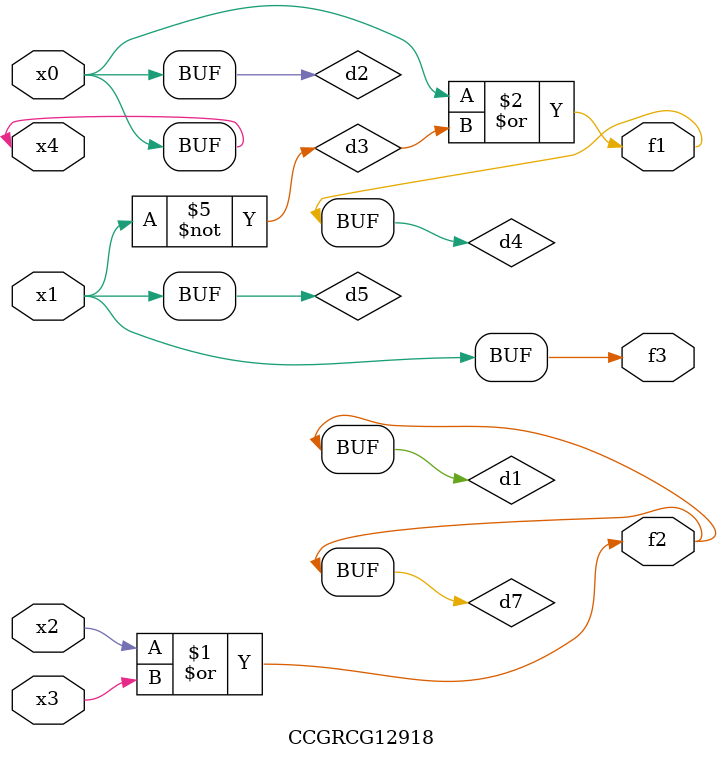
<source format=v>
module CCGRCG12918(
	input x0, x1, x2, x3, x4,
	output f1, f2, f3
);

	wire d1, d2, d3, d4, d5, d6, d7;

	or (d1, x2, x3);
	buf (d2, x0, x4);
	not (d3, x1);
	or (d4, d2, d3);
	not (d5, d3);
	nand (d6, d1, d3);
	or (d7, d1);
	assign f1 = d4;
	assign f2 = d7;
	assign f3 = d5;
endmodule

</source>
